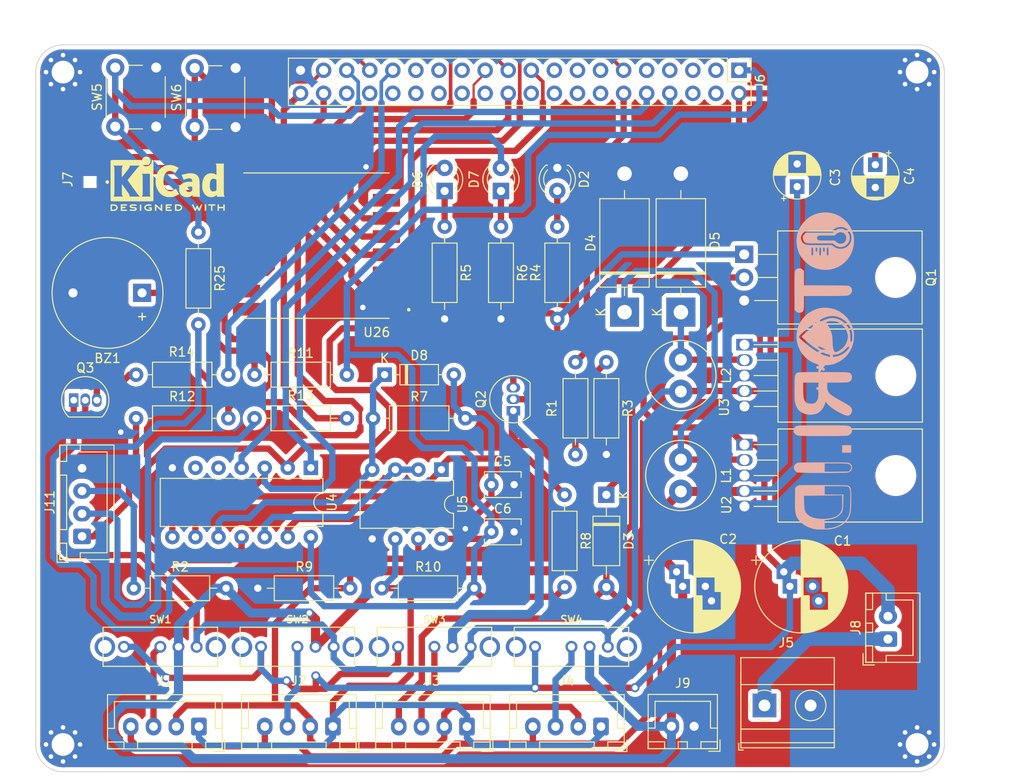
<source format=kicad_pcb>
(kicad_pcb (version 20211014) (generator pcbnew)
  (layers (0 "F.Cu" signal) (31 "B.Cu" signal) (34 "B.Paste" user) (35 "F.Paste" user) (36 "B.SilkS" user "B.Silkscreen") (37 "F.SilkS" user "F.Silkscreen") (38 "B.Mask" user) (39 "F.Mask" user) (44 "Edge.Cuts" user))
  (net 0 "")
  (net 1 "+24V")
  (net 2 "GND")
  (net 3 "+12V")
  (net 4 "+5V")
  (net 5 "Net-(C5-Pad1)")
  (net 6 "+3V3")
  (net 7 "Net-(D2-Pad2)")
  (net 8 "GNDD")
  (net 9 "Net-(D4-Pad1)")
  (net 10 "Net-(D5-Pad1)")
  (net 11 "Net-(D6-Pad1)")
  (net 12 "Net-(D6-Pad2)")
  (net 13 "Net-(D7-Pad1)")
  (net 14 "Net-(D7-Pad2)")
  (net 15 "Net-(D8-Pad1)")
  (net 16 "RS485_A")
  (net 17 "RS485_B")
  (net 18 "Net-(J1-Pad3)")
  (net 19 "Net-(J2-Pad3)")
  (net 20 "Net-(J3-Pad3)")
  (net 21 "Net-(J4-Pad3)")
  (net 22 "VCC")
  (net 27 "DIO0")
  (net 28 "TX")
  (net 30 "RX")
  (net 31 "RESET")
  (net 32 "Button_1")
  (net 36 "Button_2")
  (net 39 "MOSI")
  (net 41 "MISO")
  (net 42 "NSS")
  (net 43 "SCK")
  (net 51 "Net-(BZ1-Pad1)")
  (net 54 "Auto_cut")
  (net 56 "Net-(AE1-Pad1)")
  (net 57 "Net-(Q1-Pad1)")
  (net 58 "Net-(R8-Pad1)")
  (net 59 "Net-(U4-Pad12)")
  (net 65 "Buzz")
  (net 66 "Led_1")
  (net 67 "Led_2")
  (net 68 "Net-(Q2-Pad2)")
  (net 69 "Net-(Q3-Pad2)")
  (net 70 "Net-(J11-Pad1)")
  (net 71 "Net-(J11-Pad2)")
  (net 72 "Net-(J11-Pad3)")
  (footprint "Lib_Kicad:OS102011MS8QP1" (layer "F.Cu") (at 120.643333 126.85)
    (fp_text reference "SW2")
    (fp_text value "SW_SP3T")
  )
  (footprint "Package_TO_SOT_THT:TO-92_Inline" (layer "F.Cu") (at 144.41 100.87 90)
    (fp_text reference "Q2")
    (fp_text value "BC548")
  )
  (footprint "Resistor_THT:R_Axial_DIN0207_L6.3mm_D2.5mm_P10.16mm_Horizontal" (layer "F.Cu") (at 143.05 80.605 -90)
    (fp_text reference "R6")
    (fp_text value "2.4k")
  )
  (footprint "Lib_Kicad:OS102011MS8QP1" (layer "F.Cu") (at 135.726666 126.85)
    (fp_text reference "SW3")
    (fp_text value "SW_SP3T")
  )
  (footprint "Connector_JST:JST_XH_B4B-XH-A_1x04_P2.50mm_Vertical" (layer "F.Cu") (at 124.56 135.625 180)
    (fp_text reference "J2")
    (fp_text value "Sensor_conn2")
  )
  (footprint "Diode_THT:D_A-405_P10.16mm_Horizontal" (layer "F.Cu") (at 154.65 110.12 -90)
    (fp_text reference "D3")
    (fp_text value "D_Small")
  )
  (footprint "Inductor_THT:L_Radial_D7.5mm_P3.50mm_Fastron_07P" (layer "F.Cu") (at 162.85 106.25 -90)
    (fp_text reference "L1")
    (fp_text value "33uH")
  )
  (footprint "TerminalBlock_Phoenix:TerminalBlock_Phoenix_MKDS-1,5-2-5.08_1x02_P5.08mm_Horizontal" (layer "F.Cu") (at 172.055 133.305)
    (fp_text reference "J5")
    (fp_text value "Power In 24V")
  )
  (footprint "Connector_JST:JST_XH_B2B-XH-A_1x02_P2.50mm_Vertical" (layer "F.Cu") (at 185.65 126 90)
    (fp_text reference "J8")
    (fp_text value "Switch")
  )
  (footprint "Lib_Kicad:XCVR_RFM95W-915S2" (layer "F.Cu") (at 122.75 82.7 180)
    (fp_text reference "U26")
    (fp_text value "RFM95W-915S2")
  )
  (footprint "MountingHole:MountingHole_2.5mm_Pad_Via" (layer "F.Cu") (at 188.85 137.6)
    (fp_text reference "H3")
    (fp_text value "MountingHole_Pad")
  )
  (footprint "Capacitor_THT:CP_Radial_D5.0mm_P2.50mm" (layer "F.Cu") (at 184.25 73.794888 -90)
    (fp_text reference "C4")
    (fp_text value "220uF / 16V")
  )
  (footprint "Package_TO_SOT_THT:TO-220-3_Horizontal_TabDown" (layer "F.Cu") (at 169.82 83.66 -90)
    (fp_text reference "Q1")
    (fp_text value "IRLZ44N")
  )
  (footprint "Resistor_THT:R_Axial_DIN0207_L6.3mm_D2.5mm_P10.16mm_Horizontal" (layer "F.Cu") (at 112.8 120.4 180)
    (fp_text reference "R2")
    (fp_text value "4.7K")
  )
  (footprint "Inductor_THT:L_Radial_D7.5mm_P3.50mm_Fastron_07P" (layer "F.Cu") (at 162.85 95.25 -90)
    (fp_text reference "L2")
    (fp_text value "33uH")
  )
  (footprint "Capacitor_THT:C_Disc_D3.8mm_W2.6mm_P2.50mm" (layer "F.Cu") (at 142 114.2)
    (fp_text reference "C6")
    (fp_text value "0.1uF")
  )
  (footprint "Buzzer_Beeper:Buzzer_12x9.5RM7.6" (layer "F.Cu") (at 103.55 87.9 180)
    (fp_text reference "BZ1")
    (fp_text value "Buzzer")
  )
  (footprint "Connector_JST:JST_XH_B4B-XH-A_1x04_P2.50mm_Vertical" (layer "F.Cu") (at 139.31 135.625 180)
    (fp_text reference "J3")
    (fp_text value "Sensor_conn3")
  )
  (footprint "LED_THT:LED_D3.0mm" (layer "F.Cu") (at 149.25 74.135 -90)
    (fp_text reference "D2")
    (fp_text value "LED")
  )
  (footprint "Resistor_THT:R_Axial_DIN0207_L6.3mm_D2.5mm_P10.16mm_Horizontal" (layer "F.Cu") (at 136.85 80.605 -90)
    (fp_text reference "R5")
    (fp_text value "2.4k")
  )
  (footprint "Resistor_THT:R_Axial_DIN0207_L6.3mm_D2.5mm_P10.16mm_Horizontal" (layer "F.Cu") (at 154.65 95.52 -90)
    (fp_text reference "R3")
    (fp_text value "10K")
  )
  (footprint "LED_THT:LED_D3.0mm" (layer "F.Cu") (at 143.05 76.685 90)
    (fp_text reference "D7")
    (fp_text value "LED")
  )
  (footprint "Symbol:KiCad-Logo2_5mm_SilkScreen" (layer "F.Cu") (at 106.36 75.88)
    (fp_text reference "REF**" hide)
    (fp_text value "KiCad-Logo2_5mm_SilkScreen" hide)
  )
  (footprint "Capacitor_THT:CP_Radial_D10.0mm_P2.50mm_P5.00mm" (layer "F.Cu") (at 174.85 120.2)
    (fp_text reference "C1")
    (fp_text value "220uF / 25V")
  )
  (footprint "Diode_THT:D_DO-201AD_P15.24mm_Horizontal" (layer "F.Cu") (at 162.85 90.02 90)
    (fp_text reference "D5")
    (fp_text value "1N5820")
  )
  (footprint "Package_TO_SOT_THT:TO-220-5_Horizontal_TabDown" (layer "F.Cu") (at 169.85 104.6 -90)
    (fp_text reference "U2")
    (fp_text value "LM2596T-12")
  )
  (footprint "Connector_PinHeader_2.54mm:PinHeader_2x20_P2.54mm_Vertical" (layer "F.Cu") (at 169.25 63.4 -90)
    (fp_text reference "J6")
    (fp_text value "Asus_Tinkerboard_sR2.0")
  )
  (footprint "Resistor_THT:R_Axial_DIN0207_L6.3mm_D2.5mm_P10.16mm_Horizontal" (layer "F.Cu") (at 113.05 96.9 180)
    (fp_text reference "R14")
    (fp_text value "2K")
  )
  (footprint "Resistor_THT:R_Axial_DIN0207_L6.3mm_D2.5mm_P10.16mm_Horizontal" (layer "F.Cu") (at 151.25 95.52 -90)
    (fp_text reference "R1")
    (fp_text value "2K")
  )
  (footprint "Package_TO_SOT_THT:TO-92_Inline" (layer "F.Cu") (at 96.03 99.71)
    (fp_text reference "Q3")
    (fp_text value "BC548")
  )
  (footprint "Package_TO_SOT_THT:TO-220-5_Horizontal_TabDown" (layer "F.Cu") (at 169.85 93.6 -90)
    (fp_text reference "U3")
    (fp_text value "LM2596T-5")
  )
  (footprint "Resistor_THT:R_Axial_DIN0207_L6.3mm_D2.5mm_P10.16mm_Horizontal" (layer "F.Cu") (at 149.25 90.765 90)
    (fp_text reference "R4")
    (fp_text value "4.7K")
  )
  (footprint "LED_THT:LED_D3.0mm" (layer "F.Cu") (at 136.85 76.685 90)
    (fp_text reference "D6")
    (fp_text value "LED")
  )
  (footprint "Resistor_THT:R_Axial_DIN0207_L6.3mm_D2.5mm_P10.16mm_Horizontal" (layer "F.Cu") (at 128.97 101.7)
    (fp_text reference "R7")
    (fp_text value "56k")
  )
  (footprint "Resistor_THT:R_Axial_DIN0207_L6.3mm_D2.5mm_P10.16mm_Horizontal" (layer "F.Cu") (at 150.05 110.12 -90)
    (fp_text reference "R8")
    (fp_text value "4.7K")
  )
  (footprint "Resistor_THT:R_Axial_DIN0207_L6.3mm_D2.5mm_P10.16mm_Horizontal" (layer "F.Cu") (at 115.93 96.9)
    (fp_text reference "R11")
    (fp_text value "10K")
  )
  (footprint "Resistor_THT:R_Axial_DIN0207_L6.3mm_D2.5mm_P10.16mm_Horizontal" (layer "F.Cu") (at 140.1 120.4 180)
    (fp_text reference "R10")
    (fp_text value "4.7K")
  )
  (footprint "Diode_THT:D_DO-35_SOD27_P7.62mm_Horizontal" (layer "F.Cu") (at 130.24 96.9)
    (fp_text reference "D8")
    (fp_text value "1N4148")
  )
  (footprint "Capacitor_THT:C_Disc_D3.8mm_W2.6mm_P2.50mm" (layer "F.Cu") (at 142 109)
    (fp_text reference "C5")
    (fp_text value "0.1uF")
  )
  (footprint "Lib_Kicad:OS102011MS8QP1" (layer "F.Cu") (at 150.81 126.85)
    (fp_text reference "SW4")
    (fp_text value "SW_SP3T")
  )
  (footprint "MountingHole:MountingHole_2.5mm_Pad_Via" (layer "F.Cu") (at 94.85 137.6)
    (fp_text reference "H4")
    (fp_text value "MountingHole_Pad")
  )
  (footprint "Connector_JST:JST_XH_B4B-XH-A_1x04_P2.50mm_Vertical" (layer "F.Cu") (at 96.95 114.7 90)
    (fp_text reference "J11")
    (fp_text value "Conn_01x04_Male")
  )
  (footprint "Package_DIP:DIP-8_W7.62mm" (layer "F.Cu") (at 136.5 107.35 -90)
    (fp_text reference "U5")
    (fp_text value "MAX485E")
  )
  (footprint "Button_Switch_THT:SW_PUSH_6mm_H5mm" (layer "F.Cu") (at 100.6 69.6 90)
    (fp_text reference "SW5")
    (fp_text value "Button")
  )
  (footprint "Resistor_THT:R_Axial_DIN0207_L6.3mm_D2.5mm_P10.16mm_Horizontal" (layer "F.Cu") (at 109.75 81.22 -90)
    (fp_text reference "R25")
    (fp_text value "10K")
  )
  (footprint "Connector_JST:JST_XH_B2B-XH-A_1x02_P2.50mm_Vertical" (layer "F.Cu") (at 164.31 135.6 180)
    (fp_text reference "J9")
    (fp_text value "Fan 12v")
  )
  (footprint "Capacitor_THT:CP_Radial_D5.0mm_P2.50mm" (layer "F.Cu") (at 175.65 76.205113 90)
    (fp_text reference "C3")
    (fp_text value "220uF / 16V")
  )
  (footprint "Resistor_THT:R_Axial_DIN0207_L6.3mm_D2.5mm_P10.16mm_Horizontal" (layer "F.Cu") (at 126.09 101.7 180)
    (fp_text reference "R13")
    (fp_text value "220")
  )
  (footprint "Resistor_THT:R_Axial_DIN0207_L6.3mm_D2.5mm_P10.16mm_Horizontal" (layer "F.Cu") (at 113.05 101.7 180)
    (fp_text reference "R12")
    (fp_text value "220")
  )
  (footprint "Capacitor_THT:CP_Radial_D10.0mm_P2.50mm_P5.00mm" (layer "F.Cu") (at 163.05 120.2)
    (fp_text reference "C2")
    (fp_text value "680uF / 16V")
  )
  (footprint "Lib_Kicad:OS102011MS8QP1" (layer "F.Cu") (at 105.56 126.85)
    (fp_text reference "SW1")
    (fp_text value "SW_SP3T")
  )
  (footprint "MountingHole:MountingHole_2.5mm_Pad_Via" (layer "F.Cu") (at 94.85 63.6)
    (fp_text reference "H1")
    (fp_text value "MountingHole_Pad")
  )
  (footprint "MountingHole:MountingHole_2.5mm_Pad_Via" (layer "F.Cu") (at 188.85 63.6)
    (fp_text reference "H2")
    (fp_text value "MountingHole_Pad")
  )
  (footprint "Diode_THT:D_DO-201AD_P15.24mm_Horizontal" (layer "F.Cu") (at 156.65 90.02 90)
    (fp_text reference "D4")
    (fp_text value "1N5820")
  )
  (footprint "Connector_JST:JST_XH_B4B-XH-A_1x04_P2.50mm_Vertical" (layer "F.Cu") (at 154.06 135.625 180)
    (fp_text reference "J4")
    (fp_text value "Sensor_conn4")
  )
  (footprint "Button_Switch_THT:SW_PUSH_6mm_H5mm" (layer "F.Cu") (at 109.35 69.65 90)
    (fp_text reference "SW6")
    (fp_text value "Button")
  )
  (footprint "Resistor_THT:R_Axial_DIN0207_L6.3mm_D2.5mm_P10.16mm_Horizontal" (layer "F.Cu") (at 126.45 120.4 180)
    (fp_text reference "R9")
    (fp_text value "4.7K")
  )
  (footprint "Lib_Kicad:LINX_CONMHF4-SMD-G-T" (layer "F.Cu") (at 97.85 75.7 90)
    (fp_text reference "J7")
    (fp_text value "CONMHF4-SMD-G-T")
  )
  (footprint "Package_DIP:DIP-14_W7.62mm" (layer "F.Cu") (at 122.125 107.15 -90)
    (fp_text reference "U4")
    (fp_text value "74HC14")
  )
  (footprint "Connector_JST:JST_XH_B4B-XH-A_1x04_P2.50mm_Vertical" (layer "F.Cu") (at 109.81 135.625 180)
    (fp_text reference "J1")
    (fp_text value "Sensor_conn1")
  )
  (footprint "Lib_Kicad:otori_logo" (layer "B.Cu") (at 178.73 96.5 -90)
    (fp_text reference "G***")
    (fp_text value "LOGO" hide)
  )
  (gr_arc (start 191.85 137.6) (mid 190.97132 139.72132) (end 188.85 140.6) (layer "Edge.Cuts") (width 0.1))
  (gr_arc (start 94.85 140.6) (mid 92.72868 139.72132) (end 91.85 137.6) (layer "Edge.Cuts") (width 0.1))
  (gr_arc (start 188.85 60.6) (mid 190.97132 61.47868) (end 191.85 63.6) (layer "Edge.Cuts") (width 0.1))
  (gr_line (start 188.85 140.6) (end 94.85 140.6) (layer "Edge.Cuts") (width 0.1))
  (gr_line (start 191.85 63.6) (end 191.85 137.6) (layer "Edge.Cuts") (width 0.1))
  (gr_line (start 94.85 60.6) (end 188.85 60.6) (layer "Edge.Cuts") (width 0.1))
  (gr_arc (start 91.85 63.6) (mid 92.72868 61.47868) (end 94.85 60.6) (layer "Edge.Cuts") (width 0.1))
  (gr_line (start 91.85 137.6) (end 91.85 63.6) (layer "Edge.Cuts") (width 0.1))
  (segment (start 167.96 102.71) (end 169.85 104.6) (width 0.7) (layer "F.Cu") (net 1))
  (segment (start 156.37 107.96) (end 156.37 93.73) (width 0.7) (layer "F.Cu") (net 1))
  (segment (start 172.04 116.460937) (end 174.179063 118.6) (width 0.7) (layer "F.Cu") (net 1))
  (segment (start 153.83 87.7) (end 154.93 86.6) (width 0.7) (layer "F.Cu") (net 1))
  (segment (start 160.58 102.71) (end 167.96 102.71) (width 0.7) (layer "F.Cu") (net 1))
  (segment (start 171.06 104.6) (end 172.04 105.58) (width 0.7) (layer "F.Cu") (net 1))
  (segment (start 131.726666 126.85) (end 131.726666 128.623334) (width 0.7) (layer "F.Cu") (net 1))
  (segment (start 146.81 131.36) (end 157.79 131.36) (width 0.7) (layer "F.Cu") (net 1))
  (segment (start 158.75 94.58) (end 158.75 100.88) (width 0.7) (layer "F.Cu") (net 1))
  (segment (start 171.73 89.82) (end 170.07 91.48) (width 0.7) (layer "F.Cu") (net 1))
  (segment (start 154.65 109.68) (end 156.37 107.96) (width 0.7) (layer "F.Cu") (net 1))
  (segment (start 123.76 131.47) (end 120.34 131.47) (width 0.7) (layer "F.Cu") (net 1))
  (segment (start 153.83 92.31) (end 153.83 87.7) (width 0.7) (layer "F.Cu") (net 1))
  (segment (start 156.37 93.73) (end 156.01 93.37) (width 0.7) (layer "F.Cu") (net 1))
  (segment (start 154.65 110.12) (end 154.65 109.68) (width 0.7) (layer "F.Cu") (net 1))
  (segment (start 154.93 86.6) (end 159.89 86.6) (width 0.7) (layer "F.Cu") (net 1))
  (segment (start 122.67 131.5) (end 120.37 131.5) (width 0.7) (layer "F.Cu") (net 1))
  (segment (start 171.73 82.15) (end 171.73 89.82) (width 0.7) (layer "F.Cu") (net 1))
  (segment (start 165.06 81.43) (end 171.01 81.43) (width 0.7) (layer "F.Cu") (net 1))
  (segment (start 157.79 131.36) (end 157.8 131.35) (width 0.7) (layer "F.Cu") (net 1))
  (segment (start 131.726666 128.623334) (end 130.51 129.84) (width 0.7) (layer "F.Cu") (net 1))
  (segment (start 169.85 104.6) (end 171.06 104.6) (width 0.7) (layer "F.Cu") (net 1))
  (segment (start 120.37 131.5) (end 119.46 130.59) (width 0.7) (layer "F.Cu") (net 1))
  (segment (start 165.87 92.92) (end 160.41 92.92) (width 0.7) (layer "F.Cu") (net 1))
  (segment (start 170.07 91.48) (end 167.31 91.48) (width 0.7) (layer "F.Cu") (net 1))
  (segment (start 171.01 81.43) (end 171.73 82.15) (width 0.7) (layer "F.Cu") (net 1))
  (segment (start 116.643333 129.406667) (end 116.643333 126.85) (width 0.7) (layer "F.Cu") (net 1))
  (segment (start 160.41 92.92) (end 158.75 94.58) (width 0.7) (layer "F.Cu") (net 1))
  (segment (start 154.89 93.37) (end 153.83 92.31) (width 0.7) (layer "F.Cu") (net 1))
  (segment (start 172.04 105.58) (end 172.04 116.460937) (width 0.7) (layer "F.Cu") (net 1))
  (segment (start 122.67 130.05) (end 122.67 131.5) (width 0.7) (layer "F.Cu") (net 1))
  (segment (start 159.89 86.6) (end 165.06 81.43) (width 0.7) (layer "F.Cu") (net 1))
  (segment (start 115.79 130.26) (end 116.643333 129.406667) (width 0.7) (layer "F.Cu") (net 1))
  (segment (start 130.51 129.84) (end 125.39 129.84) (width 0.7) (layer "F.Cu") (net 1))
  (segment (start 106.19 130.26) (end 115.79 130.26) (width 0.7) (layer "F.Cu") (net 1))
  (segment (start 158.75 100.88) (end 160.58 102.71) (width 0.7) (layer "F.Cu") (net 1))
  (segment (start 120.34 131.47) (end 119.46 130.59) (width 0.7) (layer "F.Cu") (net 1))
  (segment (start 125.39 129.84) (end 123.76 131.47) (width 0.7) (layer "F.Cu") (net 1))
  (segment (start 156.01 93.37) (end 154.89 93.37) (width 0.7) (layer "F.Cu") (net 1))
  (segment (start 167.31 91.48) (end 165.87 92.92) (width 0.7) (layer "F.Cu") (net 1))
  (via (at 106.19 130.26) (size 1) (drill 0.6) (layers "F.Cu" "B.Cu") (net 1))
  (via (at 146.81 131.36) (size 1) (drill 0.6) (layers "F.Cu" "B.Cu") (net 1))
  (via (at 157.8 131.35) (size 1) (drill 0.6) (layers "F.Cu" "B.Cu") (net 1))
  (via (at 119.46 130.59) (size 1) (drill 0.6) (layers "F.Cu" "B.Cu") (net 1))
  (via (at 122.67 130.05) (size 1) (drill 0.6) (layers "F.Cu" "B.Cu") (net 1))
  (segment (start 102.78 126.85) (end 106.19 130.26) (width 0.7) (layer "B.Cu") (net 1))
  (segment (start 117.96 130.59) (end 116.6 129.23) (width 0.7) (layer "B.Cu") (net 1))
  (segment (start 116.6 129.23) (end 116.6 127.57) (width 0.7) (layer "B.Cu") (net 1))
  (segment (start 185.65 120.61) (end 182.69 117.65) (width 1.5) (layer "B.Cu") (net 1))
  (segment (start 119.46 130.59) (end 117.96 130.59) (width 0.7) (layer "B.Cu") (net 1))
  (segment (start 146.81 131.36) (end 123.98 131.36) (width 0.7) (layer "B.Cu") (net 1))
  (segment (start 162.28 126.87) (end 172.75 126.87) (width 0.7) (layer "B.Cu") (net 1))
  (segment (start 101.56 126.85) (end 102.78 126.85) (width 0.7) (layer "B.Cu") (net 1))
  (segment (start 174.85 124.77) (end 174.85 120.2) (width 0.7) (layer "B.Cu") (net 1))
  (segment (start 175.129063 117.65) (end 174.179063 118.6) (width 1.5) (layer "B.Cu") (net 1))
  (segment (start 146.81 126.85) (end 146.81 131.36) (width 0.7) (layer "B.Cu") (net 1))
  (segment (start 172.75 126.87) (end 174.85 124.77) (width 0.7) (layer "B.Cu") (net 1))
  (segment (start 182.69 117.65) (end 175.129063 117.65) (width 1.5) (layer "B.Cu") (net 1))
  (segment (start 123.98 131.36) (end 122.67 130.05) (width 0.7) (layer "B.Cu") (net 1))
  (segment (start 185.65 123.5) (end 185.65 120.61) (width 1.5) (layer "B.Cu") (net 1))
  (segment (start 157.8 131.35) (end 162.28 126.87) (width 0.7) (layer "B.Cu") (net 1))
  (segment (start 129.87 75.7) (end 128.2 74.03) (width 0.7) (layer "F.Cu") (net 2))
  (segment (start 130.45 75.7) (end 129.87 75.7) (width 0.7) (layer "F.Cu") (net 2))
  (via (at 128.2 74.03) (size 1) (drill 0.6) (layers "F.Cu" "B.Cu") (net 2))
  (via (at 127.85 89.5) (size 1) (drill 0.6) (layers "F.Cu" "B.Cu") (net 2))
  (via (at 101.21 103.22) (size 1) (drill 0.6) (layers "F.Cu" "B.Cu") (net 2))
  (via (at 139.13 113.86) (size 1) (drill 0.6) (layers "F.Cu" "B.Cu") (net 2))
  (segment (start 95.07 115.94) (end 95.07 108.27) (width 0.7) (layer "B.Cu") (net 2))
  (segment (start 106.885 107.15) (end 105.27 108.765) (width 0.7) (layer "B.Cu") (net 2))
  (segment (start 96.14 107.2) (end 96.95 107.2) (width 0.7) (layer "B.Cu") (net 2))
  (segment (start 95.07 108.27) (end 96.14 107.2) (width 0.7) (layer "B.Cu") (net 2))
  (segment (start 95.74 116.61) (end 95.07 115.94) (width 0.7) (layer "B.Cu") (net 2))
  (segment (start 99.38 118.1) (end 97.89 116.61) (width 0.7) (layer "B.Cu") (net 2))
  (segment (start 105.27 108.765) (end 105.27 122.28) (width 0.7) (layer "B.Cu") (net 2))
  (segment (start 128.2 74.03) (end 128.2 72.82) (width 0.7) (layer "B.Cu") (net 2))
  (segment (start 97.89 116.61) (end 95.74 116.61) (width 0.7) (layer "B.Cu") (net 2))
  (segment (start 105.27 122.28) (end 103.93 123.62) (width 0.7) (layer "B.Cu") (net 2))
  (segment (start 125.03 69.65) (end 113.85 69.65) (width 0.7) (layer "B.Cu") (net 2))
  (segment (start 99.38 121.89) (end 99.38 118.1) (width 0.7) (layer "B.Cu") (net 2))
  (segment (start 103.93 123.62) (end 101.11 123.62) (width 0.7) (layer "B.Cu") (net 2))
  (segment (start 101.11 123.62) (end 99.38 121.89) (width 0.7) (layer "B.Cu") (net 2))
  (segment (start 128.2 72.82) (end 125.03 69.65) (width 0.7) (layer "B.Cu") (net 2))
  (segment (start 128.23 121.263333) (end 128.23 119) (width 1) (layer "F.Cu") (net 3))
  (segment (start 121.96 123.13) (end 122.643333 123.813333) (width 1) (layer "F.Cu") (net 3))
  (segment (start 162.83 109.75) (end 161.39 111.19) (width 1) (layer "F.Cu") (net 3))
  (segment (start 161.39 117.610937) (end 162.379063 118.6) (width 1) (layer "F.Cu") (net 3))
  (segment (start 152.24 115.33) (end 152.24 109.64) (width 1) (layer "F.Cu") (net 3))
  (segment (start 144.72 104.49) (end 144.41 104.18) (width 1) (layer "F.Cu") (net 3))
  (segment (start 152.24 109.64) (end 147.09 104.49) (width 1) (layer "F.Cu") (net 3))
  (segment (start 161.39 111.19) (end 161.39 117.610937) (width 1) (layer "F.Cu") (net 3))
  (segment (start 149.09 118.48) (end 152.24 115.33) (width 1) (layer "F.Cu") (net 3))
  (segment (start 161.81 123.69) (end 163.05 122.45) (width 1) (layer "F.Cu") (net 3))
  (segment (start 128.75 118.48) (end 149.09 118.48) (width 1) (layer "F.Cu") (net 3))
  (segment (start 162.85 109.75) (end 162.83 109.75) (width 1) (layer "F.Cu") (net 3))
  (segment (start 144.41 104.18) (end 144.41 100.87) (width 1) (layer "F.Cu") (net 3))
  (segment (start 162.85 109.75) (end 169.8 109.75) (width 1) (layer "F.Cu") (net 3))
  (segment (start 163.05 122.45) (end 163.05 120.2) (width 1) (layer "F.Cu") (net 3))
  (segment (start 122.643333 126.85) (end 128.23 121.263333) (width 1) (layer "F.Cu") (net 3))
  (segment (start 147.09 104.49) (end 144.72 104.49) (width 1) (layer "F.Cu") (net 3))
  (segment (start 161.81 135.6) (end 161.81 123.69) (width 1) (layer "F.Cu") (net 3))
  (segment (start 169.8 109.75) (end 169.85 109.7) (width 1) (layer "F.Cu") (net 3))
  (segment (start 128.23 119) (end 128.75 118.48) (width 1) (layer "F.Cu") (net 3))
  (segment (start 122.643333 123.813333) (end 122.643333 126.85) (width 1) (layer "F.Cu") (net 3))
  (via (at 121.96 123.13) (size 1) (drill 0.6) (layers "F.Cu" "B.Cu") (net 3))
  (segment (start 107.94 137.89) (end 109.22 139.17) (width 1) (layer "B.Cu") (net 3))
  (segment (start 146.13 123.29) (end 147.26 122.16) (width 1) (layer "B.Cu") (net 3))
  (segment (start 169.85 109.7) (end 173 109.7) (width 1) (layer "B.Cu") (net 3))
  (segment (start 109.22 139.17) (end 160.65 139.17) (width 1) (layer "B.Cu") (net 3))
  (segment (start 137.726666 125.193334) (end 139.63 123.29) (width 1) (layer "B.Cu") (net 3))
  (segment (start 112.8 120.4) (end 115.53 123.13) (width 1) (layer "B.Cu") (net 3))
  (segment (start 144.41 102.59) (end 144.41 100.87) (width 1) (layer "B.Cu") (net 3))
  (segment (start 107.56 126.85) (end 107.56 132.09) (width 1) (layer "B.Cu") (net 3))
  (segment (start 147.26 122.16) (end 147.26 105.44) (width 1) (layer "B.Cu") (net 3))
  (segment (start 100.27 134.49) (end 100.27 136.57) (width 1) (layer "B.Cu") (net 3))
  (segment (start 175.65 93.6) (end 175.65 76.205113) (width 0.7) (layer "B.Cu") (net 3))
  (segment (start 101.59 137.89) (end 107.94 137.89) (width 1) (layer "B.Cu") (net 3))
  (segment (start 175.65 107.05) (end 175.65 93.6) (width 1) (layer "B.Cu") (net 3))
  (segment (start 160.65 139.17) (end 161.81 138.01) (width 1) (layer "B.Cu") (net 3))
  (segment (start 147.26 105.44) (end 144.41 102.59) (width 1) (layer "B.Cu") (net 3))
  (segment (start 139.63 123.29) (end 146.13 123.29) (width 1) (layer "B.Cu") (net 3))
  (segment (start 115.53 123.13) (end 121.96 123.13) (width 1) (layer "B.Cu") (net 3))
  (segment (start 101.61 133.15) (end 100.27 134.49) (width 1) (layer "B.Cu") (net 3))
  (segment (start 158.14 135.6) (end 161.81 135.6) (width 1) (layer "B.Cu") (net 3))
  (segment (start 112.8 120.4) (end 111.62 120.4) (width 1) (layer "B.Cu") (net 3))
  (segment (start 107.56 124.46) (end 107.56 126.85) (width 1) (layer "B.Cu") (net 3))
  (segment (start 152.81 126.85) (end 152.81 130.27) (width 1) (layer "B.Cu") (net 3))
  (segment (start 137.726666 126.85) (end 137.726666 125.193334) (width 1) (layer "B.Cu") (net 3))
  (segment (start 169.85 93.6) (end 175.65 93.6) (width 0.7) (layer "B.Cu") (net 3))
  (segment (start 106.5 133.15) (end 101.61 133.15) (width 1) (layer "B.Cu") (net 3))
  (segment (start 100.27 136.57) (end 101.59 137.89) (width 1) (layer "B.Cu") (net 3))
  (segment (start 111.62 120.4) (end 107.56 124.46) (width 1) (layer "B.Cu") (net 3))
  (segment (start 173 109.7) (end 175.65 107.05) (width 1) (layer "B.Cu") (net 3))
  (segment (start 107.56 132.09) (end 106.5 133.15) (width 1) (layer "B.Cu") (net 3))
  (segment (start 152.81 130.27) (end 158.14 135.6) (width 1) (layer "B.Cu") (net 3))
  (segment (start 161.81 138.01) (end 161.81 135.6) (width 1) (layer "B.Cu") (net 3))
  (segment (start 94.86 105.98) (end 94.86 116.01) (width 0.7) (layer "F.Cu") (net 4))
  (segment (start 103.45 116.76) (end 109.56 122.87) (width 0.7) (layer "F.Cu") (net 4))
  (segment (start 109.56 122.87) (end 109.56 126.85) (width 0.7) (layer "F.Cu") (net 4))
  (segment (start 94.86 116.01) (end 95.61 116.76) (width 0.7) (layer "F.Cu") (net 4))
  (segment (start 96.03 104.81) (end 94.86 105.98) (width 0.7) (layer "F.Cu") (net 4))
  (segment (start 169.25 77.74) (end 172.74 81.23) (width 0.7) (layer "F.Cu") (net 4))
  (segment (start 172.74 81.23) (end 172.74 97.49) (width 0.7) (layer "F.Cu") (net 4))
  (segment (start 181.61 65.94) (end 184.25 68.58) (width 0.7) (layer "F.Cu") (net 4))
  (segment (start 169.85 98.7) (end 162.9 98.7) (width 0.7) (layer "F.Cu") (net 4))
  (segment (start 95.61 116.76) (end 103.45 116.76) (width 0.7) (layer "F.Cu") (net 4))
  (segment (start 169.25 65.94) (end 181.61 65.94) (width 0.7) (layer "F.Cu") (net 4))
  (segment (start 169.25 65.94) (end 169.25 77.74) (width 0.7) (layer "F.Cu") (net 4))
  (segment (start 172.74 97.49) (end 171.53 98.7) (width 0.7) (layer "F.Cu") (net 4))
  (segment (start 162.9 98.7) (end 162.85 98.75) (width 0.7) (layer "F.Cu") (net 4))
  (segment (start 184.25 68.58) (end 184.25 73.794888) (width 0.7) (layer "F.Cu") (net 4))
  (segment (start 96.03 99.71) (end 96.03 104.81) (width 0.7) (layer "F.Cu") (net 4))
  (segment (start 171.53 98.7) (end 169.85 98.7) (width 0.7) (layer "F.Cu") (net 4))
  (segment (start 123.33 124.4) (end 110.57 124.4) (width 0.7) (layer "B.Cu") (net 4))
  (segment (start 138.33 129.31) (end 125.87 129.31) (width 0.7) (layer "B.Cu") (net 4))
  (segment (start 154.84 125.4) (end 154.81 125.4) (width 0.7) (layer "B.Cu") (net 4))
  (segment (start 124.643333 126.85) (end 124.643333 125.713333) (width 0.7) (layer "B.Cu") (net 4))
  (segment (start 162.85 98.75) (end 160.83 98.75) (width 0.7) (layer "B.Cu") (net 4))
  (segment (start 139.726666 126.85) (end 139.726666 127.913334) (width 0.7) (layer "B.Cu") (net 4))
  (segment (start 154.81 125.4) (end 154.81 126.85) (width 0.7) (layer "B.Cu") (net 4))
  (segment (start 157.8 122.44) (end 154.84 125.4) (width 0.7) (layer "B.Cu") (net 4))
  (segment (start 124.643333 125.713333) (end 123.33 124.4) (width 0.7) (layer "B.Cu") (net 4))
  (segment (start 139.726666 126.85) (end 139.726666 125.483334) (width 0.7) (layer "B.Cu") (net 4))
  (segment (start 124.643333 128.083333) (end 124.643333 126.85) (width 0.7) (layer "B.Cu") (net 4))
  (segment (start 160.83 98.75) (end 157.8 101.78) (width 0.7) (layer "B.Cu") (net 4))
  (segment (start 110.57 124.4) (end 109.56 125.41) (width 0.7) (layer "B.Cu") (net 4))
  (segment (start 154.2 124.79) (end 154.81 125.4) (width 0.7) (layer "B.Cu") (net 4))
  (segment (start 109.56 125.41) (end 109.56 126.85) (width 0.7) (layer "B.Cu") (net 4))
  (segment (start 157.8 101.78) (end 157.8 122.44) (width 0.7) (layer "B.Cu") (net 4))
  (segment (start 139.726666 125.483334) (end 140.42 124.79) (width 0.7) (layer "B.Cu") (net 4))
  (segment (start 139.726666 127.913334) (end 138.33 129.31) (width 0.7) (layer "B.Cu") (net 4))
  (segment (start 125.87 129.31) (end 124.643333 128.083333) (width 0.7) (layer "B.Cu") (net 4))
  (segment (start 140.42 124.79) (end 154.2 124.79) (width 0.7) (layer "B.Cu") (net 4))
  (segment (start 119.585 113.885) (end 120.69 112.78) (width 0.7) (layer "F.Cu") (net 5))
  (segment (start 119.585 114.77) (end 119.585 113.885) (width 0.7) (layer "F.Cu") (net 5))
  (segment (start 142 110.73) (end 142 109) (width 0.7) (layer "F.Cu") (net 5))
  (segment (start 120.69 112.78) (end 139.95 112.78) (width 0.7) (layer "F.Cu") (net 5))
  (segment (start 139.95 112.78) (end 142 110.73) (width 0.7) (layer "F.Cu") (net 5))
  (segment (start 140.96 101.7) (end 139.13 101.7) (width 0.7) (layer "B.Cu") (net 5))
  (segment (start 142 109) (end 142 102.74) (width 0.7) (layer "B.Cu") (net 5))
  (segment (start 139.13 101.7) (end 138.29 100.86) (width 0.7) (layer "B.Cu") (net 5))
  (segment (start 142 102.74) (end 140.96 101.7) (width 0.7) (layer "B.Cu") (net 5))
  (segment (start 138.29 100.86) (end 138.29 100.77) (width 0.7) (layer "B.Cu") (net 5))
  (segment (start 138.29 100.77) (end 137.86 100.34) (width 0.7) (layer "B.Cu") (net 5))
  (segment (start 137.86 100.34) (end 137.86 96.9) (width 0.7) (layer "B.Cu") (net 5))
  (segment (start 141.23 114.97) (end 142 114.2) (width 0.7) (layer "F.Cu") (net 6))
  (segment (start 112.02 98.65) (end 109.75 96.38) (width 0.7) (layer "F.Cu") (net 6))
  (segment (start 115.05 83.7) (end 113.750978 83.7) (width 0.7) (layer "F.Cu") (net 6))
  (segment (start 117.75 95.37) (end 117.75 97.76) (width 0.7) (layer "F.Cu") (net 6))
  (segment (start 140.1 120.55) (end 140.89 121.34) (width 0.7) (layer "F.Cu") (net 6))
  (segment (start 112.63 92.03) (end 113.58 92.98) (width 0.7) (layer "F.Cu") (net 6))
  (segment (start 136.5 114.97) (end 141.23 114.97) (width 0.7) (layer "F.Cu") (net 6))
  (segment (start 149.04 121.34) (end 150.05 120.33) (width 0.7) (layer "F.Cu") (net 6))
  (segment (start 117.75 97.76) (end 116.86 98.65) (width 0.7) (layer "F.Cu") (net 6))
  (segment (start 116.86 98.65) (end 112.02 98.65) (width 0.7) (layer "F.Cu") (net 6))
  (segment (start 115.36 92.98) (end 117.75 95.37) (width 0.7) (layer "F.Cu") (net 6))
  (segment (start 113.730978 83.68) (end 113.26 83.68) (width 0.7) (layer "F.Cu") (net 6))
  (segment (start 140.1 120.4) (end 140.1 120.55) (width 0.7) (layer "F.Cu") (net 6))
  (segment (start 109.75 96.38) (end 109.75 91.38) (width 0.7) (layer "F.Cu") (net 6))
  (segment (start 112.63 84.31) (end 112.63 92.03) (width 0.7) (layer "F.Cu") (net 6))
  (segment (start 140.89 121.34) (end 149.04 121.34) (width 0.7) (layer "F.Cu") (net 6))
  (segment (start 113.58 92.98) (end 115.36 92.98) (width 0.7) (layer "F.Cu") (net 6))
  (segment (start 113.26 83.68) (end 112.63 84.31) (width 0.7) (layer "F.Cu") (net 6))
  (segment (start 113.750978 83.7) (end 113.730978 83.68) (width 0.7) (layer "F.Cu") (net 6))
  (segment (start 150.05 120.33) (end 150.05 120.28) (width 0.7) (layer "F.Cu") (net 6))
  (segment (start 138.12 122.38) (end 140.1 120.4) (width 0.7) (layer "B.Cu") (net 6))
  (segment (start 100.58 124.84) (end 104.53 124.84) (width 0.7) (layer "B.Cu") (net 6))
  (segment (start 145.37 78.75) (end 146.04 78.08) (width 0.7) (layer "B.Cu") (net 6))
  (segment (start 108.25 102.27) (end 105.36 102.27) (width 0.7) (layer "B.Cu") (net 6))
  (segment (start 170.84 63.4) (end 169.25 63.4) (width 0.7) (layer "B.Cu") (net 6))
  (segment (start 126.09 87.19) (end 134.53 78.75) (width 0.7) (layer "B.Cu") (net 6))
  (segment (start 131.7 94.71) (end 133.29 96.3) (width 0.7) (layer "B.Cu") (net 6))
  (segment (start 162.63 68.28) (end 170.32 68.28) (width 0.7) (layer "B.Cu") (net 6))
  (segment (start 109.75 100.77) (end 108.25 102.27) (width 0.7) (layer "B.Cu") (net 6))
  (segment (start 93.77 116.94) (end 94.64 117.81) (width 0.7) (layer "B.Cu") (net 6))
  (segment (start 140.14 106.28) (end 140.14 110.58) (width 0.7) (layer "B.Cu") (net 6))
  (segment (start 122.125 114.77) (end 122.125 118.425) (width 0.7) (layer "B.Cu") (net 6))
  (segment (start 160.39 70.52) (end 162.63 68.28) (width 0.7) (layer "B.Cu") (net 6))
  (segment (start 133.29 103.83) (end 134.43 104.97) (width 0.7) (layer "B.Cu") (net 6))
  (segment (start 106.53 122.84) (end 106.53 119.51) (width 0.7) (layer "B.Cu") (net 6))
  (segment (start 148.07 70.52) (end 160.39 70.52) (width 0.7) (layer "B.Cu") (net 6))
  (segment (start 93.77 106.09) (end 93.77 116.94) (width 0.7) (layer "B.Cu") (net 6))
  (segment (start 170.32 68.28) (end 171.49 67.11) (width 0.7) (layer "B.Cu") (net 6))
  (segment (start 98.21 119.13) (end 98.21 122.47) (width 0.7) (layer "B.Cu") (net 6))
  (segment (start 95.03 104.83) (end 93.77 106.09) (width 0.7) (layer "B.Cu") (net 6))
  (segment (start 142 112.44) (end 142 114.2) (width 0.7) (layer "B.Cu") (net 6))
  (segment (start 138.83 104.97) (end 140.14 106.28) (width 0.7) (layer "B.Cu") (net 6))
  (segment (start 109.75 91.38) (end 109.75 100.77) (width 0.7) (layer "B.Cu") (net 6))
  (segment (start 146.04 72.55) (end 148.07 70.52) (width 0.7) (layer "B.Cu") (net 6))
  (segment (start 126.09 96.9) (end 126.09 94.71) (width 0.7) (layer "B.Cu") (net 6))
  (segment (start 98.21 122.47) (end 100.58 124.84) (width 0.7) (layer "B.Cu") (net 6))
  (segment (start 126.09 94.71) (end 131.7 94.71) (width 0.7) (layer "B.Cu") (net 6))
  (segment (start 140.1 116.1) (end 142 114.2) (width 0.7) (layer "B.Cu") (net 6))
  (segment (start 126.09 94.71) (end 126.09 87.19) (width 0.7) (layer "B.Cu") (net 6))
  (segment (start 104.53 124.84) (end 106.53 122.84) (width 0.7) (layer "B.Cu") (net 6))
  (segment (start 107.615 118.425) (end 122.125 118.425) (width 0.7) (layer "B.Cu") (net 6))
  (segment (start 106.53 119.51) (end 107.615 118.425) (width 0.7) (layer "B.Cu") (net 6))
  (segment (start 171.49 64.05) (end 170.84 63.4) (width 0.7) (layer "B.Cu") (net 6))
  (segment (start 171.49 67.11) (end 171.49 64.05) (width 0.7) (layer "B.Cu") (net 6))
  (segment (start 123.6 122.38) (end 138.12 122.38) (width 0.7) (layer "B.Cu") (net 6))
  (segment (start 134.53 78.75) (end 145.37 78.75) (width 0.7) (layer "B.Cu") (net 6))
  (segment (start 122.125 120.905) (end 123.6 122.38) (width 0.7) (layer "B.Cu") (net 6))
  (segment (start 122.125 118.425) (end 122.125 120.905) (width 0.7) (layer "B.Cu") (net 6))
  (segment (start 133.29 96.3) (end 133.29 103.83) (width 0.7) (layer "B.Cu") (net 6))
  (segment (start 96.89 117.81) (end 98.21 119.13) (width 0.7) (layer "B.Cu") (net 6))
  (segment (start 134.43 104.97) (end 138.83 104.97) (width 0.7) (layer "B.Cu") (net 6))
  (segment (start 94.64 117.81) (end 96.89 117.81) (width 0.7) (layer "B.Cu") (net 6))
  (segment (start 140.1 120.4) (end 140.1 116.1) (width 0.7) (layer "B.Cu") (net 6))
  (segment (start 102.8 104.83) (end 95.03 104.83) (width 0.7) (layer "B.Cu") (net 6))
  (segment (start 140.14 110.58) (end 142 112.44) (width 0.7) (layer "B.Cu") (net 6))
  (segment (start 105.36 102.27) (end 102.8 104.83) (width 0.7) (layer "B.Cu") (net 6))
  (segment (start 146.04 78.08) (end 146.04 72.55) (width 0.7) (layer "B.Cu") (net 6))
  (segment (start 149.25 80.605) (end 149.25 76.675) (width 0.7) (layer "F.Cu") (net 7))
  (segment (start 154.65 116.26) (end 157.48 113.43) (width 0.7) (layer "F.Cu") (net 8))
  (segment (start 150.52 123.74) (end 150.57 123.69) (width 0.7) (layer "F.Cu") (net 8))
  (segment (start 138.05 137.51) (end 136.64 138.92) (width 0.7) (layer "F.Cu") (net 8))
  (segment (start 122.05 138.92) (end 120.93 137.8) (width 0.7) (layer "F.Cu") (net 8))
  (segment (start 162.370978 86.2) (end 169.82 86.2) (width 0.7) (layer "F.Cu") (net 8))
  (segment (start 146.56 137.51) (end 138.05 137.51) (width 0.7) (layer "F.Cu") (net 8))
  (segment (start 136.33 123.74) (end 150.52 123.74) (width 0.7) (layer "F.Cu") (net 8))
  (segment (start 117.06 137.8) (end 117.06 135.625) (width 0.7) (layer "F.Cu") (net 8))
  (segment (start 159.67 88.900978) (end 162.370978 86.2) (width 0.7) (layer "F.Cu") (net 8))
  (segment (start 159.43 134.19) (end 159.43 125.06) (width 0.7) (layer "F.Cu") (net 8))
  (segment (start 120.93 137.8) (end 117.06 137.8) (width 0.7) (layer "F.Cu") (net 8))
  (segment (start 151.24 123.69) (end 154.65 120.28) (width 0.7) (layer "F.Cu") (net 8))
  (segment (start 157.48 93.68) (end 159.67 91.49) (width 0.7) (layer "F.Cu") (net 8))
  (segment (start 136.64 138.92) (end 122.05 138.92) (width 0.7) (layer "F.Cu") (net 8))
  (segment (start 134.34 130.62) (end 134.34 125.73) (width 0.7) (layer "F.Cu") (net 8))
  (segment (start 146.56 137.51) (end 156.11 137.51) (width 0.7) (layer "F.Cu") (net 8))
  (segment (start 146.56 135.625) (end 146.56 137.51) (width 0.7) (layer "F.Cu") (net 8))
  (segment (start 156.11 137.51) (end 159.43 134.19) (width 0.7) (layer "F.Cu") (net 8))
  (segment (start 134.34 125.73) (end 136.33 123.74) (width 0.7) (layer "F.Cu") (net 8))
  (segment (start 131.81 133.15) (end 134.34 130.62) (width 0.7) (layer "F.Cu") (net 8))
  (segment (start 102.31 137.13) (end 102.98 137.8) (width 0.7) (layer "F.Cu") (net 8))
  (segment (start 159.43 125.06) (end 154.65 120.28) (width 0.7) (layer "F.Cu") (net 8))
  (segment (start 102.31 135.625) (end 102.31 137.13) (width 0.7) (layer "F.Cu") (net 8))
  (segment (start 154.65 120.28) (end 154.65 116.26) (width 0.7) (layer "F.Cu") (net 8))
  (segment (start 131.81 135.625) (end 131.81 133.15) (width 0.7) (layer "F.Cu") (net 8))
  (segment (start 150.57 123.69) (end 151.24 123.69) (width 0.7) (layer "F.Cu") (net 8))
  (segment (start 102.98 137.8) (end 117.06 137.8) (width 0.7) (layer "F.Cu") (net 8))
  (segment (start 157.48 113.43) (end 157.48 93.68) (width 0.7) (layer "F.Cu") (net 8))
  (segment (start 159.67 91.49) (end 159.67 88.900978) (width 0.7) (layer "F.Cu") (net 8))
  (segment (start 162.85 106.25) (end 169.8 106.25) (width 0.7) (layer "F.Cu") (net 9))
  (segment (start 169.8 106.25) (end 169.85 106.3) (width 0.7) (layer "F.Cu") (net 9))
  (segment (start 156.65 86.72) (end 157.89 85.48) (width 0.7) (layer "B.Cu") (net 9))
  (segment (start 157.89 85.48) (end 164.11 85.48) (width 0.7) (layer "B.Cu") (net 9))
  (segment (start 162.85 103.01) (end 162.85 106.25) (width 0.7) (layer "B.Cu") (net 9))
  (segment (start 164.11 85.48) (end 166.57 87.94) (width 0.7) (layer "B.Cu") (net 9))
  (segment (start 166.57 99.29) (end 162.85 103.01) (width 0.7) (layer "B.Cu") (net 9))
  (segment (start 166.57 87.94) (end 166.57 99.29) (width 0.7) (layer "B.Cu") (net 9))
  (segment (start 156.65 90.02) (end 156.65 86.72) (width 0.7) (layer "B.Cu") (net 9))
  (segment (start 162.85 95.25) (end 169.8 95.25) (width 0.7) (layer "F.Cu") (net 10))
  (segment (start 169.8 95.25) (end 169.85 95.3) (width 0.7) (layer "F.Cu") (net 10))
  (segment (start 162.85 90.02) (end 162.85 95.25) (width 0.7) (layer "B.Cu") (net 10))
  (segment (start 136.85 80.605) (end 136.85 76.685) (width 0.7) (layer "F.Cu") (net 11))
  (segment (start 128.82 98.59) (end 130.76 100.53) (width 0.7) (layer "F.Cu") (net 12))
  (segment (start 133.18 87.46) (end 133.18 90.99) (width 0.7) (layer "F.Cu") (net 12))
  (segment (start 121.53 104.8) (end 119.585 106.745) (width 0.7) (layer "F.Cu") (net 12))
  (segment (start 124.2 93.19) (end 124.2 97.87) (width 0.7) (layer "F.Cu") (net 12))
  (segment (start 124.2 97.87) (end 124.92 98.59) (width 0.7) (layer "F.Cu") (net 12))
  (segment (start 134.51 75.06) (end 134.51 86.13) (width 0.7) (layer "F.Cu") (net 12))
  (segment (start 106.15 117.31) (end 103.56 114.72) (width 0.7) (layer "F.Cu") (net 12))
  (segment (start 114.505 116.035) (end 113.23 117.31) (width 0.7) (layer "F.Cu") (net 12))
  (segment (start 136.85 74.145) (end 135.425 74.145) (width 0.7) (layer "F.Cu") (net 12))
  (segment (start 114.505 114.77) (end 114.505 116.035) (width 0.7) (layer "F.Cu") (net 12))
  (segment (start 103.56 114.72) (end 103.56 107.6) (width 0.7) (layer "F.Cu") (net 12))
  (segment (start 132.37 91.8) (end 125.59 91.8) (width 0.7) (layer "F.Cu") (net 12))
  (segment (start 130.76 100.53) (end 130.76 102.92) (width 0.7) (layer "F.Cu") (net 12))
  (segment (start 130.76 102.92) (end 128.88 104.8) (width 0.7) (layer "F.Cu") (net 12))
  (segment (start 113.23 117.31) (end 106.15 117.31) (width 0.7) (layer "F.Cu") (net 12))
  (segment (start 103.56 107.6) (end 106.12 105.04) (width 0.7) (layer "F.Cu") (net 12))
  (segment (start 117.475 105.04) (end 119.585 107.15) (width 0.7) (layer "F.Cu") (net 12))
  (segment (start 124.92 98.59) (end 128.82 98.59) (width 0.7) (layer "F.Cu") (net 12))
  (segment (start 134.51 86.13) (end 133.18 87.46) (width 0.7) (layer "F.Cu") (net 12))
  (segment (start 106.12 105.04) (end 117.475 105.04) (width 0.7) (layer "F.Cu") (net 12))
  (segment (start 128.88 104.8) (end 121.53 104.8) (width 0.7) (layer "F.Cu") (net 12))
  (segment (start 133.18 90.99) (end 132.37 91.8) (width 0.7) (layer "F.Cu") (net 12))
  (segment (start 119.585 106.745) (end 119.585 107.15) (width 0.7) (layer "F.Cu") (net 12))
  (segment (start 125.59 91.8) (end 124.2 93.19) (width 0.7) (layer "F.Cu") (net 12))
  (segment (start 135.425 74.145) (end 134.51 75.06) (width 0.7) (layer "F.Cu") (net 12))
  (segment (start 143.05 80.605) (end 143.05 76.685) (width 0.7) (layer "F.Cu") (net 13))
  (segment (start 106.885 114.77) (end 106.885 111.185) (width 0.7) (layer "F.Cu") (net 14))
  (segment (start 108.96 109.11) (end 116.03 109.11) (width 0.7) (layer "F.Cu") (net 14))
  (segment (start 117.07 108.07) (end 117.07 107.175) (width 0.7) (layer "F.Cu") (net 14))
  (segment (start 106.885 111.185) (end 108.96 109.11) (width 0.7) (layer "F.Cu") (net 14))
  (segment (start 117.07 107.175) (end 117.045 107.15) (width 0.7) (layer "F.Cu") (net 14))
  (segment (start 116.03 109.11) (end 117.07 108.07) (width 0.7) (layer "F.Cu") (net 14))
  (segment (start 117.045 107.15) (end 117.045 108.755) (width 0.7) (layer "B.Cu") (net 14))
  (segment (start 123.37 109.46) (end 124.49 108.34) (width 0.7) (layer "B.Cu") (net 14))
  (segment (start 134.53 76.74) (end 134.53 71.96) (width 0.7) (layer "B.Cu") (net 14))
  (segment (start 120.92 101.71) (end 120.92 90.35) (width 0.7) (layer "B.Cu") (net 14))
  (segment (start 124.49 108.34) (end 124.49 105.28) (width 0.7) (layer "B.Cu") (net 14))
  (segment (start 143.05 71.91) (end 143.05 74.145) (width 0.7) (layer "B.Cu") (net 14))
  (segment (start 120.92 90.35) (end 134.53 76.74) (width 0.7) (layer "B.Cu") (net 14))
  (segment (start 124.49 105.28) (end 120.92 101.71) (width 0.7) (layer "B.Cu") (net 14))
  (segment (start 141.82 70.68) (end 143.05 71.91) (width 0.7) (layer "B.Cu") (net 14))
  (segment (start 135.81 70.68) (end 141.82 70.68) (width 0.7) (layer "B.Cu") (net 14))
  (segment (start 117.045 108.755) (end 117.75 109.46) (width 0.7) (layer "B.Cu") (net 14))
  (segment (start 117.75 109.46) (end 123.37 109.46) (width 0.7) (layer "B.Cu") (net 14))
  (segment (start 134.53 71.96) (end 135.81 70.68) (width 0.7) (layer "B.Cu") (net 14))
  (segment (start 128.97 98.17) (end 130.24 96.9) (width 0.7) (layer "B.Cu") (net 15))
  (segment (start 117.04 110.96) (end 125.27 110.96) (width 0.7) (layer "B.Cu") (net 15))
  (segment (start 111.965 113.145) (end 112.43 112.68) (width 0.7) (layer "B.Cu") (net 15))
  (segment (start 111.965 114.77) (end 111.965 113.145) (width 0.7) (layer "B.Cu") (net 15))
  (segment (start 128.88 101.79) (end 128.97 101.7) (width 0.7) (layer "B.Cu") (net 15))
  (segment (start 125.27 110.96) (end 128.88 107.35) (width 0.7) (layer "B.Cu") (net 15))
  (segment (start 128.97 101.7) (end 128.97 98.17) (width 0.7) (layer "B.Cu") (net 15))
  (segment (start 115.32 112.68) (end 117.04 110.96) (width 0.7) (layer "B.Cu") (net 15))
  (segment (start 128.88 107.35) (end 128.88 101.79) (width 0.7) (layer "B.Cu") (net 15))
  (segment (start 112.43 112.68) (end 115.32 112.68) (width 0.7) (layer "B.Cu") (net 15))
  (segment (start 124.56 132.89) (end 124.56 135.625) (width 0.7) (layer "F.Cu") (net 16))
  (segment (start 133.11 121.1) (end 133.11 129.85) (width 0.7) (layer "F.Cu") (net 16))
  (segment (start 131.82 131.14) (end 126.31 131.14) (width 0.7) (layer "F.Cu") (net 16))
  (segment (start 126.31 131.14) (end 124.56 132.89) (width 0.7) (layer "F.Cu") (net 16))
  (segment (start 129.94 120.4) (end 132.41 120.4) (width 0.7) (layer "F.Cu") (net 16))
  (segment (start 132.41 120.4) (end 133.11 121.1) (width 0.7) (layer "F.Cu") (net 16))
  (segment (start 133.11 129.85) (end 131.82 131.14) (width 0.7) (layer "F.Cu") (net 16))
  (segment (start 140.08 137.64) (end 152.87 137.64) (width 0.7) (layer "B.Cu") (net 16))
  (segment (start 131.42 114.97) (end 131.42 118.92) (width 0.7) (layer "B.Cu") (net 16))
  (segment (start 125.89 133.25) (end 138.11 133.25) (width 0.7) (layer "B.Cu") (net 16))
  (segment (start 123.58 137.71) (end 124.56 136.73) (width 0.7) (layer "B.Cu") (net 16))
  (segment (start 138.11 133.25) (end 139.31 134.45) (width 0.7) (layer "B.Cu") (net 16))
  (segment (start 124.56 136.73) (end 124.56 135.625) (width 0.7) (layer "B.Cu") (net 16))
  (segment (start 131.42 118.92) (end 129.94 120.4) (width 0.7) (layer "B.Cu") (net 16))
  (segment (start 124.56 135.625) (end 124.56 134.58) (width 0.7) (layer "B.Cu") (net 16))
  (segment (start 109.81 136.86) (end 110.66 137.71) (width 0.7) (layer "B.Cu") (net 16))
  (segment (start 139.31 134.45) (end 139.31 135.625) (width 0.7) (layer "B.Cu") (net 16))
  (segment (start 109.81 135.625) (end 109.81 136.86) (width 0.7) (layer "B.Cu") (net 16))
  (segment (start 124.56 134.58) (end 125.89 133.25) (width 0.7) (layer "B.Cu") (net 16))
  (segment (start 154.06 136.45) (end 154.06 135.625) (width 0.7) (layer "B.Cu") (net 16))
  (segment (start 139.31 136.87) (end 140.08 137.64) (width 0.7) (layer "B.Cu") (net 16))
  (segment (start 110.66 137.71) (end 123.58 137.71) (width 0.7) (layer "B.Cu") (net 16))
  (segment (start 152.87 137.64) (end 154.06 136.45) (width 0.7) (layer "B.Cu") (net 16))
  (segment (start 139.31 135.625) (end 139.31 136.87) (width 0.7) (layer "B.Cu") (net 16))
  (segment (start 122.1 120.4) (end 118.18 124.32) (width 0.7) (layer "F.Cu") (net 17))
  (segment (start 126.45 120.4) (end 122.1 120.4) (width 0.7) (layer "F.Cu") (net 17))
  (segment (start 128.32 117.16) (end 126.45 119.03) (width 0.7) (layer "F.Cu") (net 17))
  (segment (start 137.59 133.46) (end 150.68 133.46) (width 0.7) (layer "F.Cu") (net 17))
  (segment (start 133.39 117.16) (end 128.32 117.16) (width 0.7) (layer "F.Cu") (net 17))
  (segment (start 107.31 134.42) (end 108.43 133.3) (width 0.7) (layer "F.Cu") (net 17))
  (segment (start 118.18 124.32) (end 118.18 132.92) (width 0.7) (layer "F.Cu") (net 17))
  (segment (start 133.96 114.97) (end 133.96 116.59) (width 0.7) (layer "F.Cu") (net 17))
  (segment (start 126.45 119.03) (end 126.45 120.4) (width 0.7) (layer "F.Cu") (net 17))
  (segment (start 150.68 133.46) (end 151.56 134.34) (width 0.7) (layer "F.Cu") (net 17))
  (segment (start 133.96 116.59) (end 133.39 117.16) (width 0.7) (layer "F.Cu") (net 17))
  (segment (start 122.06 135.625) (end 122.06 137.11) (width 0.7) (layer "F.Cu") (net 17))
  (segment (start 136.01 137.69) (end 136.81 136.89) (width 0.7) (layer "F.Cu") (net 17))
  (segment (start 118.56 133.3) (end 120.59 133.3) (width 0.7) (layer "F.Cu") (net 17))
  (segment (start 107.31 135.625) (end 107.31 134.42) (width 0.7) (layer "F.Cu") (net 17))
  (segment (start 136.81 135.625) (end 136.81 134.24) (width 0.7) (layer "F.Cu") (net 17))
  (segment (start 118.18 132.92) (end 118.56 133.3) (width 0.7) (layer "F.Cu") (net 17))
  (segment (start 136.81 134.24) (end 137.59 133.46) (width 0.7) (layer "F.Cu") (net 17))
  (segment (start 122.06 134.77) (end 122.06 135.625) (width 0.7) (layer "F.Cu") (net 17))
  (segment (start 122.06 137.11) (end 122.64 137.69) (width 0.7) (layer "F.Cu") (net 17))
  (segment (start 122.64 137.69) (end 136.01 137.69) (width 0.7) (layer "F.Cu") (net 17))
  (segment (start 136.81 136.89) (end 136.81 135.625) (width 0.7) (layer "F.Cu") (net 17))
  (segment (start 120.59 133.3) (end 122.06 134.77) (width 0.7) (layer "F.Cu") (net 17))
  (segment (start 151.56 134.34) (end 151.56 135.625) (width 0.7) (layer "F.Cu") (net 17))
  (segment (start 108.43 133.3) (end 118.56 133.3) (width 0.7) (layer "F.Cu") (net 17))
  (segment (start 105.56 126.85) (end 104.81 127.6) (width 0.7) (layer "F.Cu") (net 18))
  (segment (start 104.81 127.6) (end 104.81 135.625) (width 0.7) (layer "F.Cu") (net 18))
  (segment (start 119.56 132.53) (end 119.56 135.625) (width 0.7) (layer "B.Cu") (net 19))
  (segment (start 120.643333 131.446667) (end 119.56 132.53) (width 0.7) (layer "B.Cu") (net 19))
  (segment (start 120.643333 126.85) (end 120.643333 131.446667) (width 0.7) (layer "B.Cu") (net 19))
  (segment (start 135.726666 126.85) (end 135.726666 131.233334) (width 0.7) (layer "F.Cu") (net 20))
  (segment (start 134.31 132.65) (end 134.31 135.625) (width 0.7) (layer "F.Cu") (net 20))
  (segment (start 135.726666 131.233334) (end 134.31 132.65) (width 0.7) (layer "F.Cu") (net 20))
  (segment (start 150.81 126.85) (end 150.81 128.72) (width 0.7) (layer "B.Cu") (net 21))
  (segment (start 149.06 130.47) (end 149.06 135.625) (width 0.7) (layer "B.Cu") (net 21))
  (segment (start 150.81 128.72) (end 149.06 130.47) (width 0.7) (layer "B.Cu") (net 21))
  (segment (start 172.055 130.725) (end 176.78 126) (width 1.5) (layer "B.Cu") (net 22))
  (segment (start 176.78 126) (end 185.65 126) (width 1.5) (layer "B.Cu") (net 22))
  (segment (start 172.055 133.305) (end 172.055 130.725) (width 1.5) (layer "B.Cu") (net 22))
  (segment (start 120.02 64.67) (end 122.26 64.67) (width 0.4) (layer "F.Cu") (net 27))
  (segment (start 122.26 64.67) (end 123.53 63.4) (width 0.4) (layer "F.Cu") (net 27))
  (segment (start 115.05 85.7) (end 117.24 85.7) (width 0.7) (layer "F.Cu") (net 27))
  (segment (start 117.84 85.1) (end 117.84 66.58) (width 0.7) (layer "F.Cu") (net 27))
  (segment (start 119.75 64.67) (end 120.02 64.67) (width 0.7) (layer "F.Cu") (net 27))
  (segment (start 117.24 85.7) (end 117.84 85.1) (width 0.7) (layer "F.Cu") (net 27))
  (segment (start 117.84 66.58) (end 119.75 64.67) (width 0.7) (layer "F.Cu") (net 27))
  (segment (start 161.63 65.94) (end 161.63 67.41) (width 0.7) (layer "B.Cu") (net 28))
  (segment (start 119.37 89.54) (end 119.37 102.63) (width 0.7) (layer "B.Cu") (net 28))
  (segment (start 133.14 75.78) (end 119.38 89.54) (width 0.7) (layer "B.Cu") (net 28))
  (segment (start 161.63 67.41) (end 159.79 69.25) (width 0.7) (layer "B.Cu") (net 28))
  (segment (start 119.38 89.54) (end 119.37 89.54) (width 0.7) (layer "B.Cu") (net 28))
  (segment (start 119.37 102.63) (end 122.125 105.385) (width 0.7) (layer "B.Cu") (net 28))
  (segment (start 133.14 70.46) (end 133.14 75.78) (width 0.7) (layer "B.Cu") (net 28))
  (segment (start 134.35 69.25) (end 133.14 70.46) (width 0.7) (layer "B.Cu") (net 28))
  (segment (start 122.125 105.385) (end 122.125 107.15) (width 0.7) (layer "B.Cu") (net 28))
  (segment (start 159.79 69.25) (end 134.35 69.25) (width 0.7) (layer "B.Cu") (net 28))
  (segment (start 159.09 67.21) (end 158.31 67.99) (width 0.7) (layer "B.Cu") (net 30))
  (segment (start 118.05 102.37) (end 114.505 105.915) (width 0.7) (layer "B.Cu") (net 30))
  (segment (start 159.09 65.94) (end 159.09 67.21) (width 0.7) (layer "B.Cu") (net 30))
  (segment (start 114.505 105.915) (end 114.505 107.15) (width 0.7) (layer "B.Cu") (net 30))
  (segment (start 131.83 69.62) (end 131.83 75) (width 0.7) (layer "B.Cu") (net 30))
  (segment (start 133.46 67.99) (end 131.83 69.62) (width 0.7) (layer "B.Cu") (net 30))
  (segment (start 131.83 75) (end 118.05 88.78) (width 0.7) (layer "B.Cu") (net 30))
  (segment (start 158.31 67.99) (end 133.46 67.99) (width 0.7) (layer "B.Cu") (net 30))
  (segment (start 118.05 88.78) (end 118.05 102.37) (width 0.7) (layer "B.Cu") (net 30))
  (segment (start 145.72 61.81) (end 154.96 61.81) (width 0.4) (layer "F.Cu") (net 31))
  (segment (start 127.94 79.7) (end 126.49 78.25) (width 0.7) (layer "F.Cu") (net 31))
  (segment (start 145.12 69.29) (end 145.12 66.9) (width 0.7) (layer "F.Cu") (net 31))
  (segment (start 145.12 66.9) (end 145.12 62.41) (width 0.4) (layer "F.Cu") (net 31))
  (segment (start 129.13 71.16) (end 143.25 71.16) (width 0.7) (layer "F.Cu") (net 31))
  (segment (start 154.96 61.81) (end 156.55 63.4) (width 0.4) (layer "F.Cu") (net 31))
  (segment (start 126.49 78.25) (end 126.49 73.8) (width 0.7) (layer "F.Cu") (net 31))
  (segment (start 126.49 73.8) (end 129.13 71.16) (width 0.7) (layer "F.Cu") (net 31))
  (segment (start 145.12 62.41) (end 145.72 61.81) (width 0.4) (layer "F.Cu") (net 31))
  (segment (start 143.25 71.16) (end 145.12 69.29) (width 0.7) (layer "F.Cu") (net 31))
  (segment (start 130.45 79.7) (end 127.94 79.7) (width 0.7) (layer "F.Cu") (net 31))
  (segment (start 100.6 63.1) (end 100.6 69.6) (width 0.7) (layer "F.Cu") (net 32))
  (segment (start 100.6 65.63) (end 101.73 66.76) (width 0.7) (layer "B.Cu") (net 32))
  (segment (start 127.35 66.91) (end 127.34 66.9) (width 0.4) (layer "B.Cu") (net 32))
  (segment (start 127.19 67.64) (end 127.35 67.48) (width 0.7) (layer "B.Cu") (net 32))
  (segment (start 127.35 67.48) (end 127.35 66.91) (width 0.7) (layer "B.Cu") (net 32))
  (segment (start 100.6 69.6) (end 109.75 78.75) (width 0.7) (layer "B.Cu") (net 32))
  (segment (start 127.34 66.9) (end 127.34 64.67) (width 0.4) (layer "B.Cu") (net 32))
  (segment (start 102.309511 67.339511) (end 117.539511 67.339511) (width 0.7) (layer "B.Cu") (net 32))
  (segment (start 117.539511 67.339511) (end 118.61 68.41) (width 0.7) (layer "B.Cu") (net 32))
  (segment (start 109.75 78.75) (end 109.75 81.22) (width 0.7) (layer "B.Cu") (net 32))
  (segment (start 100.6 63.1) (end 100.6 65.63) (width 0.7) (layer "B.Cu") (net 32))
  (segment (start 118.61 68.41) (end 126.42 68.41) (width 0.7) (layer "B.Cu") (net 32))
  (segment (start 126.42 68.41) (end 127.19 67.64) (width 0.7) (layer "B.Cu") (net 32))
  (segment (start 101.73 66.76) (end 102.309511 67.339511) (width 0.7) (layer "B.Cu") (net 32))
  (segment (start 127.34 64.67) (end 126.07 63.4) (width 0.4) (layer "B.Cu") (net 32))
  (segment (start 119.08 62.85) (end 120.07 61.86) (width 0.4) (layer "F.Cu") (net 36))
  (segment (start 111.5 92.99) (end 111.5 87.19) (width 0.7) (layer "F.Cu") (net 36))
  (segment (start 115.93 96.9) (end 115.93 95.63) (width 0.7) (layer "F.Cu") (net 36))
  (segment (start 127.07 61.86) (end 128.61 63.4) (width 0.4) (layer "F.Cu") (net 36))
  (segment (start 112.77 94.26) (end 111.5 92.99) (width 0.7) (layer "F.Cu") (net 36))
  (segment (start 96.56 79.63) (end 95.14 78.21) (width 0.7) (layer "F.Cu") (net 36))
  (segment (start 119.08 63.49) (end 119.08 62.95) (width 0.7) (layer "F.Cu") (net 36))
  (segment (start 108.6 72.96) (end 109.35 72.21) (width 0.7) (layer "F.Cu") (net 36))
  (segment (start 95.14 74.05) (end 96.23 72.96) (width 0.7) (layer "F.Cu") (net 36))
  (segment (start 117.21 65.36) (end 118.76 63.81) (width 0.7) (layer "F.Cu") (net 36))
  (segment (start 111.5 87.19) (end 103.94 79.63) (width 0.7) (layer "F.Cu") (net 36))
  (segment (start 115.93 95.63) (end 114.56 94.26) (width 0.7) (layer "F.Cu") (net 36))
  (segment (start 119.08 62.95) (end 119.08 62.85) (width 0.4) (layer "F.Cu") (net 36))
  (segment (start 109.35 72.21) (end 109.35 69.65) (width 0.7) (layer "F.Cu") (net 36))
  (segment (start 116.43 65.36) (end 117.21 65.36) (width 0.7) (layer "F.Cu") (net 36))
  (segment (start 109.35 63.15) (end 109.35 69.65) (width 0.7) (layer "F.Cu") (net 36))
  (segment (start 118.76 63.81) (end 119.08 63.49) (width 0.7) (layer "F.Cu") (net 36))
  (segment (start 109.35 63.15) (end 111.56 65.36) (width 0.7) (layer "F.Cu") (net 36))
  (segment (start 111.56 65.36) (end 116.43 65.36) (width 0.7) (layer "F.Cu") (net 36))
  (segment (start 120.07 61.86) (end 127.07 61.86) (width 0.4) (layer "F.Cu") (net 36))
  (segment (start 95.14 78.21) (end 95.14 74.05) (width 0.7) (layer "F.Cu") (net 36))
  (segment (start 96.23 72.96) (end 108.6 72.96) (width 0.7) (layer "F.Cu") (net 36))
  (segment (start 114.56 94.26) (end 112.77 94.26) (width 0.7) (layer "F.Cu") (net 36))
  (segment (start 103.94 79.63) (end 96.56 79.63) (width 0.7) (layer "F.Cu") (net 36))
  (segment (start 144.63 72.27) (end 147.66 69.24) (width 0.7) (layer "F.Cu") (net 39))
  (segment (start 133.21 85.26) (end 133.21 73.26) (width 0.7) (layer "F.Cu") (net 39))
  (segment (start 146.39 63.69) (end 146.39 63.4) (width 0.4) (layer "F.Cu") (net 39))
  (segment (start 132.77 85.7) (end 133.21 85.26) (width 0.7) (layer "F.Cu") (net 39))
  (segment (start 133.21 73.26) (end 134.2 72.27) (width 0.7) (layer "F.Cu") (net 39))
  (segment (start 134.2 72.27) (end 144.63 72.27) (width 0.7) (layer "F.Cu") (net 39))
  (segment (start 147.66 66.89) (end 147.66 64.67) (width 0.4) (layer "F.Cu") (net 39))
  (segment (start 147.66 69.24) (end 147.66 66.89) (width 0.7) (layer "F.Cu") (net 39))
  (segment (start 147.66 64.67) (end 146.39 63.4) (width 0.4) (layer "F.Cu") (net 39))
  (segment (start 130.45 85.7) (end 132.77 85.7) (width 0.7) (layer "F.Cu") (net 39))
  (segment (start 142.25 61.8) (end 143.85 63.4) (width 0.4) (layer "F.Cu") (net 41))
  (segment (start 138.11 61.8) (end 142.25 61.8) (width 0.4) (layer "F.Cu") (net 41))
  (segment (start 137.51 66.89) (end 137.51 62.4) (width 0.4) (layer "F.Cu") (net 41))
  (segment (start 137.48 67.24) (end 137.48 66.92) (width 0.7) (layer "F.Cu") (net 41))
  (segment (start 126.6 84.67) (end 122.04 80.11) (width 0.7) (layer "F.Cu") (net 41))
  (segment (start 137.03 67.69) (end 137.48 67.24) (width 0.7) (layer "F.Cu") (net 41))
  (segment (start 126.7 67.69) (end 137.03 67.69) (width 0.7) (layer "F.Cu") (net 41))
  (segment (start 137.51 62.4) (end 138.11 61.8) (width 0.4) (layer "F.Cu") (net 41))
  (segment (start 128.25 87.7) (end 126.6 86.05) (width 0.7) (layer "F.Cu") (net 41))
  (segment (start 122.04 72.35) (end 126.7 67.69) (width 0.7) (layer "F.Cu") (net 41))
  (segment (start 126.6 86.05) (end 126.6 84.67) (width 0.7) (layer "F.Cu") (net 41))
  (segment (start 130.45 87.7) (end 128.25 87.7) (width 0.7) (layer "F.Cu") (net 41))
  (segment (start 122.04 80.11) (end 122.04 72.35) (width 0.7) (layer "F.Cu") (net 41))
  (segment (start 137.48 66.92) (end 137.51 66.89) (width 0.4) (layer "F.Cu") (net 41))
  (segment (start 142.59 69.99) (end 143.85 68.73) (width 0.7) (layer "F.Cu") (net 42))
  (segment (start 124.93 78.8) (end 124.93 73.4) (width 0.7) (layer "F.Cu") (net 42))
  (segment (start 127.83 81.7) (end 124.93 78.8) (width 0.7) (layer "F.Cu") (net 42))
  (segment (start 124.93 73.4) (end 128.34 69.99) (width 0.7) (layer "F.Cu") (net 42))
  (segment (start 128.34 69.99) (end 142.59 69.99) (width 0.7) (layer "F.Cu") (net 42))
  (segment (start 130.45 81.7) (end 127.83 81.7) (width 0.7) (layer "F.Cu") (net 42))
  (segment (start 143.85 68.73) (end 143.85 65.94) (width 0.7) (layer "F.Cu") (net 42))
  (segment (start 141.31 63.73) (end 141.31 63.4) (width 0.25) (layer "F.Cu") (net 43))
  (segment (start 123.54 72.85) (end 123.54 79.63) (width 0.7) (layer "F.Cu") (net 43))
  (segment (start 140.04 65) (end 141.31 63.73) (width 0.25) (layer "F.Cu") (net 43))
  (segment (start 127.62 68.77) (end 123.54 72.85) (width 0.7) (layer "F.Cu") (net 43))
  (segment (start 123.54 79.63) (end 127.61 83.7) (width 0.7) (layer "F.Cu") (net 43))
  (segment (start 127.61 83.7) (end 130.45 83.7) (width 0.7) (layer "F.Cu") (net 43))
  (segment (start 140.04 66.76) (end 140.04 67.87) (width 0.7) (layer "F.Cu") (net 43))
  (segment (start 139.14 68.77) (end 127.62 68.77) (width 0.7) (layer "F.Cu") (net 43))
  (segment (start 140.04 66.76) (end 140.04 65) (width 0.25) (layer "F.Cu") (net 43))
  (segment (start 140.04 67.87) (end 139.14 68.77) (width 0.7) (layer "F.Cu") (net 43))
  (segment (start 106.73 92.16) (end 104.22 94.67) (width 0.7) (layer "F.Cu") (net 51))
  (segment (start 100.43 94.67) (end 99.32 95.78) (width 0.7) (layer "F.Cu") (net 51))
  (segment (start 99.32 95.78) (end 99.32 95.86) (width 0.7) (layer "F.Cu") (net 51))
  (segment (start 104.22 94.67) (end 100.43 94.67) (width 0.7) (layer "F.Cu") (net 51))
  (segment (start 106.73 88.55) (end 106.73 92.16) (width 0.7) (layer "F.Cu") (net 51))
  (segment (start 99.32 95.86) (end 98.57 96.61) (width 0.7) (layer "F.Cu") (net 51))
  (segment (start 106.08 87.9) (end 106.73 88.55) (width 0.7) (layer "F.Cu") (net 51))
  (segment (start 98.57 96.61) (end 98.57 99.71) (width 0.7) (layer "F.Cu") (net 51))
  (segment (start 103.55 87.9) (end 106.08 87.9) (width 0.7) (layer "F.Cu") (net 51))
  (segment (start 152.5 74.62) (end 152.5 94.27) (width 0.7) (layer "F.Cu") (net 54))
  (segment (start 156.55 65.94) (end 156.55 70.57) (width 0.7) (layer "F.Cu") (net 54))
  (segment (start 156.55 70.57) (end 152.5 74.62) (width 0.7) (layer "F.Cu") (net 54))
  (segment (start 152.5 94.27) (end 151.25 95.52) (width 0.7) (layer "F.Cu") (net 54))
  (segment (start 115.05 75.7) (end 99.94 75.7) (width 0.7) (layer "F.Cu") (net 56))
  (segment (start 99.94 75.7) (end 98.85 75.7) (width 0.4) (layer "F.Cu") (net 56))
  (segment (start 149.25 90.765) (end 148.625 90.14) (width 0.7) (layer "F.Cu") (net 57))
  (segment (start 150.19 97.33) (end 149.25 96.39) (width 0.7) (layer "F.Cu") (net 57))
  (segment (start 152.84 97.33) (end 150.19 97.33) (width 0.7) (layer "F.Cu") (net 57))
  (segment (start 149.25 96.39) (end 149.25 90.765) (width 0.7) (layer "F.Cu") (net 57))
  (segment (start 154.65 95.52) (end 152.84 97.33) (width 0.7) (layer "F.Cu") (net 57))
  (segment (start 144.41 92.61) (end 144.41 98.33) (width 0.7) (layer "F.Cu") (net 57))
  (segment (start 148.625 90.14) (end 146.88 90.14) (width 0.7) (layer "F.Cu") (net 57))
  (segment (start 146.88 90.14) (end 144.41 92.61) (width 0.7) (layer "F.Cu") (net 57))
  (segment (start 169.82 83.66) (end 156.355 83.66) (width 0.7) (layer "B.Cu") (net 57))
  (segment (start 156.355 83.66) (end 149.25 90.765) (width 0.7) (layer "B.Cu") (net 57))
  (segment (start 136.5 107.35) (end 136.5 106.96) (width 0.7) (layer "F.Cu") (net 58))
  (segment (start 109.425 112.075) (end 111.2 110.3) (width 0.7) (layer "F.Cu") (net 58))
  (segment (start 144.38 106.13) (end 146.06 106.13) (width 0.7) (layer "F.Cu") (net 58))
  (segment (start 137.33 106.13) (end 144.38 106.13) (width 0.7) (layer "F.Cu") (net 58))
  (segment (start 136.5 106.96) (end 137.33 106.13) (width 0.7) (layer "F.Cu") (net 58))
  (segment (start 111.2 110.3) (end 133.55 110.3) (width 0.7) (layer "F.Cu") (net 58))
  (segment (start 109.425 114.77) (end 109.425 112.075) (width 0.7) (layer "F.Cu") (net 58))
  (segment (start 133.55 110.3) (end 136.5 107.35) (width 0.7) (layer "F.Cu") (net 58))
  (segment (start 146.06 106.13) (end 150.05 110.12) (width 0.7) (layer "F.Cu") (net 58))
  (segment (start 126.21 112.56) (end 131.42 107.35) (width 0.7) (layer "B.Cu") (net 59))
  (segment (start 117.045 114.77) (end 117.045 113.495) (width 0.7) (layer "B.Cu") (net 59))
  (segment (start 117.045 113.495) (end 117.98 112.56) (width 0.7) (layer "B.Cu") (net 59))
  (segment (start 131.42 107.35) (end 133.96 107.35) (width 0.7) (layer "B.Cu") (net 59))
  (segment (start 117.98 112.56) (end 126.21 112.56) (width 0.7) (layer "B.Cu") (net 59))
  (segment (start 129.88 64.67) (end 131.15 63.4) (width 0.4) (layer "B.Cu") (net 65))
  (segment (start 113.05 91.35) (end 113.05 96.9) (width 0.7) (layer "B.Cu") (net 65))
  (segment (start 120.88 83.52) (end 113.05 91.35) (width 0.7) (layer "B.Cu") (net 65))
  (segment (start 129.89 66.96) (end 129.900489 66.970489) (width 0.7) (layer "B.Cu") (net 65))
  (segment (start 129.89 66.96) (end 129.88 66.95) (width 0.4) (layer "B.Cu") (net 65))
  (segment (start 129.900489 66.970489) (end 129.900489 74.459511) (width 0.7) (layer "B.Cu") (net 65))
  (segment (start 129.88 66.95) (end 129.88 64.67) (width 0.4) (layer "B.Cu") (net 65))
  (segment (start 129.900489 74.459511) (end 120.88 83.48) (width 0.7) (layer "B.Cu") (net 65))
  (segment (start 120.88 83.48) (end 120.88 83.52) (width 0.7) (layer "B.Cu") (net 65))
  (segment (start 127.58 103.06) (end 127.08 103.56) (width 0.7) (layer "F.Cu") (net 66))
  (segment (start 123.53 65.94) (end 123.53 68.52) (width 0.7) (layer "F.Cu") (net 66))
  (segment (start 122.79 103.56) (end 119.16 99.93) (width 0.7) (layer "F.Cu") (net 66))
  (segment (start 120.69 71.36) (end 120.69 96.85) (width 0.7) (layer "F.Cu") (net 66))
  (segment (start 120.69 96.85) (end 123.64 99.8) (width 0.7) (layer "F.Cu") (net 66))
  (segment (start 127.56 100.69) (end 127.58 100.71) (width 0.4) (layer "F.Cu") (net 66))
  (segment (start 127.08 103.56) (end 122.79 103.56) (width 0.7) (layer "F.Cu") (net 66))
  (segment (start 113.7 99.93) (end 113.05 100.58) (width 0.7) (layer "F.Cu") (net 66))
  (segment (start 123.64 99.8) (end 126.67 99.8) (width 0.7) (layer "F.Cu") (net 66))
  (segment (start 123.53 68.52) (end 120.69 71.36) (width 0.7) (layer "F.Cu") (net 66))
  (segment (start 113.05 100.58) (end 113.05 101.7) (width 0.7) (layer "F.Cu") (net 66))
  (segment (start 126.67 99.8) (end 127.56 100.69) (width 0.7) (layer "F.Cu") (net 66))
  (segment (start 119.16 99.93) (end 113.7 99.93) (width 0.7) (layer "F.Cu") (net 66))
  (segment (start 127.58 100.71) (end 127.58 102.62) (width 0.4) (layer "F.Cu") (net 66))
  (segment (start 127.58 102.62) (end 127.58 103.06) (width 0.7) (layer "F.Cu") (net 66))
  (segment (start 119.15 67.78) (end 119.15 98.1) (width 0.7) (layer "F.Cu") (net 67))
  (segment (start 120.99 65.94) (end 119.15 67.78) (width 0.7) (layer "F.Cu") (net 67))
  (segment (start 122.75 101.7) (end 126.09 101.7) (width 0.7) (layer "F.Cu") (net 67))
  (segment (start 119.15 98.1) (end 122.75 101.7) (width 0.7) (layer "F.Cu") (net 67))
  (segment (start 149.7 99.6) (end 151.25 101.15) (width 0.7) (layer "F.Cu") (net 68))
  (segment (start 144.41 99.6) (end 149.7 99.6) (width 0.7) (layer "F.Cu") (net 68))
  (segment (start 151.25 101.15) (end 151.25 105.68) (width 0.7) (layer "F.Cu") (net 68))
  (segment (start 102.18 96.9) (end 102.89 96.9) (width 0.7) (layer "F.Cu") (net 69))
  (segment (start 97.66 101.59) (end 99.49 101.59) (width 0.7) (layer "F.Cu") (net 69))
  (segment (start 97.3 101.23) (end 97.66 101.59) (width 0.7) (layer "F.Cu") (net 69))
  (segment (start 100.16 98.92) (end 102.18 96.9) (width 0.7) (layer "F.Cu") (net 69))
  (segment (start 99.49 101.59) (end 100.16 100.92) (width 0.7) (layer "F.Cu") (net 69))
  (segment (start 100.16 100.92) (end 100.16 98.92) (width 0.7) (layer "F.Cu") (net 69))
  (segment (start 97.3 99.71) (end 97.3 101.23) (width 0.7) (layer "F.Cu") (net 69))
  (segment (start 102.11 110.78) (end 98.19 114.7) (width 0.7) (layer "F.Cu") (net 70))
  (segment (start 102.11 107.05) (end 102.11 110.78) (width 0.7) (layer "F.Cu") (net 70))
  (segment (start 98.19 114.7) (end 96.95 114.7) (width 0.7) (layer "F.Cu") (net 70))
  (segment (start 102.89 106.27) (end 102.11 107.05) (width 0.7) (layer "F.Cu") (net 70))
  (segment (start 102.89 101.7) (end 102.89 106.27) (width 0.7) (layer "F.Cu") (net 70))
  (segment (start 101.72 122.21) (end 103.38 122.21) (width 0.7) (layer "B.Cu") (net 71))
  (segment (start 115.93 102.27) (end 115.93 101.7) (width 0.7) (layer "B.Cu") (net 71))
  (segment (start 103.38 122.21) (end 104.21 121.38) (width 0.7) (layer "B.Cu") (net 71))
  (segment (start 105.66 104.01) (end 114.19 104.01) (width 0.7) (layer "B.Cu") (net 71))
  (segment (start 104.21 121.38) (end 104.21 105.46) (width 0.7) (layer "B.Cu") (net 71))
  (segment (start 100.11 112.2) (end 100.83 112.92) (width 0.7) (layer "B.Cu") (net 71))
  (segment (start 114.19 104.01) (end 115.93 102.27) (width 0.7) (layer "B.Cu") (net 71))
  (segment (start 96.95 112.2) (end 100.11 112.2) (width 0.7) (layer "B.Cu") (net 71))
  (segment (start 100.83 121.32) (end 101.72 122.21) (width 0.7) (layer "B.Cu") (net 71))
  (segment (start 104.21 105.46) (end 105.66 104.01) (width 0.7) (layer "B.Cu") (net 71))
  (segment (start 100.83 112.92) (end 100.83 121.32) (width 0.7) (layer "B.Cu") (net 71))
  (segment (start 102.71 111.41) (end 102.64 111.48) (width 0.7) (layer "B.Cu") (net 72))
  (segment (start 96.95 109.7) (end 101 109.7) (width 0.7) (layer "B.Cu") (net 72))
  (segment (start 101 109.7) (end 102.71 111.41) (width 0.7) (layer "B.Cu") (net 72))
  (segment (start 102.64 111.48) (end 102.64 120.4) (width 0.7) (layer "B.Cu") (net 72))
  (zone (net 2) (net_name "GND") (layer "F.Cu") (connect_pads yes (clearance 0.508)) (min_thickness 0.254) (fill yes (thermal_gap 0.508) (thermal_bridge_width 0.508))
    (polygon (pts (xy 191.85 140.6) (xy 91.85 140.6) (xy 91.85 60.6) (xy 191.85 60.6)))
  )
  (zone (net 2) (net_name "GND") (layer "B.Cu") (connect_pads yes (clearance 0.508)) (min_thickness 0.254) (fill yes (thermal_gap 0.508) (thermal_bridge_width 0.508))
    (polygon (pts (xy 191.85 140.6) (xy 174.85 140.6) (xy 174.85 131.6) (xy 188.85 131.6) (xy 188.85 115.6) (xy 168.85 115.6) (xy 168.85 140.6) (xy 91.85 140.6) (xy 91.85 60.6) (xy 191.85 60.6)))
  )
)
</source>
